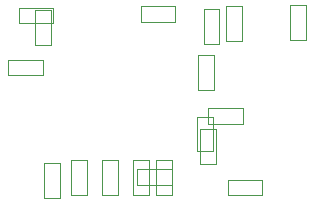
<source format=gbr>
%TF.GenerationSoftware,Altium Limited,Altium Designer,20.2.5 (213)*%
G04 Layer_Color=8388736*
%FSLAX26Y26*%
%MOIN*%
%TF.SameCoordinates,0FE6C2C3-B7F4-45EC-A48D-0F423D7CACB9*%
%TF.FilePolarity,Positive*%
%TF.FileFunction,Other,Mechanical_30*%
%TF.Part,Single*%
G01*
G75*
%TA.AperFunction,NonConductor*%
%ADD62C,0.002000*%
D62*
X2285766Y1542010D02*
X2338166D01*
X2285766D02*
Y1657990D01*
X2338166D01*
Y1542010D02*
Y1657990D01*
X2208994Y1542010D02*
X2261394D01*
X2208994D02*
Y1657990D01*
X2261394D01*
Y1542010D02*
Y1657990D01*
X2106630Y1542010D02*
X2159030D01*
X2106630D02*
Y1657990D01*
X2159030D01*
Y1542010D02*
Y1657990D01*
X2004268Y1542010D02*
X2056668D01*
X2004268D02*
Y1657990D01*
X2056668D01*
Y1542010D02*
Y1657990D01*
X2444800Y2160990D02*
X2497200D01*
Y2045010D02*
Y2160990D01*
X2444800Y2045010D02*
X2497200D01*
X2444800D02*
Y2160990D01*
X2520800Y2169990D02*
X2573200D01*
Y2054010D02*
Y2169990D01*
X2520800Y2054010D02*
X2573200D01*
X2520800D02*
Y2169990D01*
X2432800Y1643010D02*
X2485200D01*
X2432800D02*
Y1758990D01*
X2485200D01*
Y1643010D02*
Y1758990D01*
X2640990Y1539800D02*
Y1592200D01*
X2525010Y1539800D02*
X2640990D01*
X2525010D02*
Y1592200D01*
X2640990D01*
X2576446Y1778092D02*
Y1830492D01*
X2460466Y1778092D02*
X2576446D01*
X2460466D02*
Y1830492D01*
X2576446D01*
X1907990Y1939800D02*
Y1992200D01*
X1792010Y1939800D02*
X1907990D01*
X1792010D02*
Y1992200D01*
X1907990D01*
X1828010Y2112800D02*
Y2165200D01*
X1943990D01*
Y2112800D02*
Y2165200D01*
X1828010Y2112800D02*
X1943990D01*
X1913800Y1531010D02*
X1966200D01*
Y1646990D01*
X1913800D02*
X1966200D01*
X1913800Y1531010D02*
Y1646990D01*
X1883800Y2042010D02*
X1936200D01*
Y2157990D01*
X1883800D02*
X1936200D01*
X1883800Y2042010D02*
Y2157990D01*
X2422800Y1801990D02*
X2475200D01*
X2422800Y1686010D02*
Y1801990D01*
Y1686010D02*
X2475200D01*
Y1801990D01*
X2733800Y2057010D02*
X2786200D01*
Y2172990D01*
X2733800D02*
X2786200D01*
X2733800Y2057010D02*
Y2172990D01*
X2425800Y2006990D02*
X2478200D01*
X2425800Y1891010D02*
Y2006990D01*
Y1891010D02*
X2478200D01*
Y2006990D01*
X2235010Y2116800D02*
Y2169200D01*
Y2116800D02*
X2350990D01*
Y2169200D01*
X2235010D02*
X2350990D01*
X2222010Y1573800D02*
Y1626200D01*
Y1573800D02*
X2337990D01*
Y1626200D01*
X2222010D02*
X2337990D01*
%TF.MD5,b6e7210a257698d35289f9fea4df2d02*%
M02*

</source>
